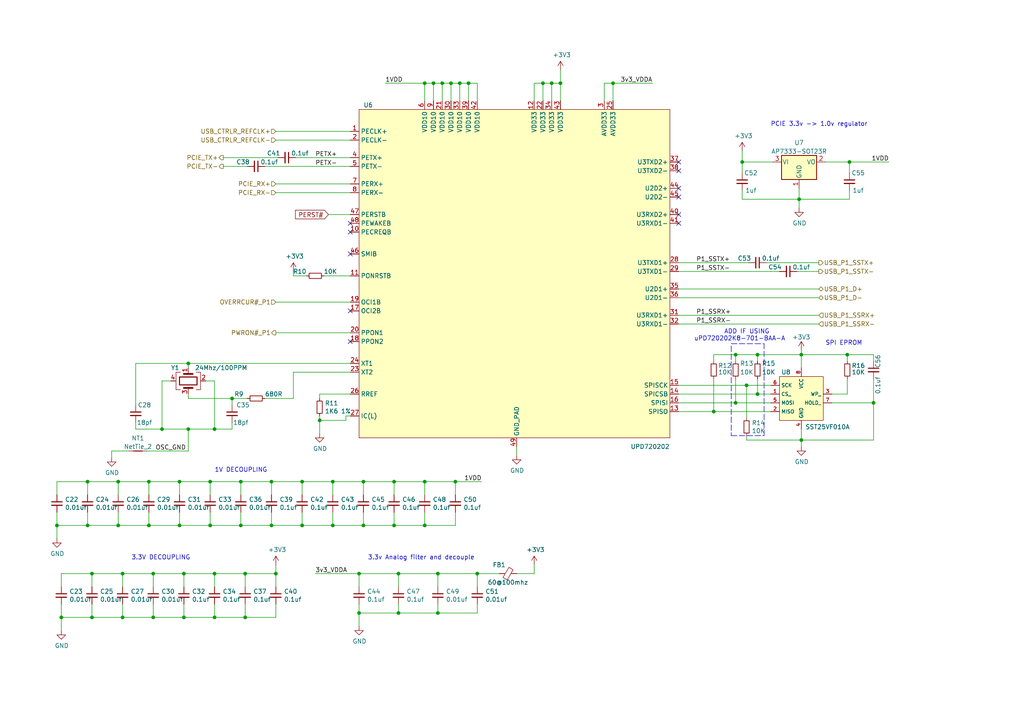
<source format=kicad_sch>
(kicad_sch (version 20211123) (generator eeschema)
  (paper "A4")
  (lib_symbols
    (symbol "Device:C_Small" (pin_numbers hide) (pin_names (offset 0.254) hide)
      (property "Reference" "C" (at 0.254 1.778 0))
      (property "Value" "C_Small" (at 0.254 -2.032 0))
      (symbol "C_Small_0_1"
        (polyline (pts (xy -1.524 -0.508) (xy 1.524 -0.508)) (stroke (width 0.3302)))
        (polyline (pts (xy -1.524 0.508) (xy 1.524 0.508)) (stroke (width 0.3048)))
      )
      (symbol "C_Small_1_1"
        (pin passive line (at 0 2.54 270) (length 2.032) (name "~") (number "1"))
        (pin passive line (at 0 -2.54 90) (length 2.032) (name "~") (number "2"))
      )
    )
    (symbol "Device:Crystal_GND24" (pin_names (offset 1.016) hide)
      (property "Reference" "Y" (at 3.175 5.08 0))
      (property "Value" "Crystal_GND24" (at 3.175 3.175 0))
      (symbol "Crystal_GND24_0_1"
        (rectangle (start -1.143 2.54) (end 1.143 -2.54) (stroke (width 0.3048)))
        (polyline (pts (xy -2.54 0) (xy -2.032 0)))
        (polyline (pts (xy -2.032 -1.27) (xy -2.032 1.27)) (stroke (width 0.508)))
        (polyline (pts (xy 0 -3.81) (xy 0 -3.556)))
        (polyline (pts (xy 0 3.556) (xy 0 3.81)))
        (polyline (pts (xy 2.032 -1.27) (xy 2.032 1.27)) (stroke (width 0.508)))
        (polyline (pts (xy 2.032 0) (xy 2.54 0)))
        (polyline (pts (xy -2.54 -2.286) (xy -2.54 -3.556) (xy 2.54 -3.556) (xy 2.54 -2.286)))
        (polyline (pts (xy -2.54 2.286) (xy -2.54 3.556) (xy 2.54 3.556) (xy 2.54 2.286)))
      )
      (symbol "Crystal_GND24_1_1"
        (pin passive line (at -3.81 0 0) (length 1.27) (name "1") (number "1"))
        (pin passive line (at 0 5.08 270) (length 1.27) (name "2") (number "2"))
        (pin passive line (at 3.81 0 180) (length 1.27) (name "3") (number "3"))
        (pin passive line (at 0 -5.08 90) (length 1.27) (name "4") (number "4"))
      )
    )
    (symbol "Device:NetTie_2" (pin_numbers hide) (pin_names (offset 0) hide) (in_bom no)
      (property "Reference" "NT" (at 0 1.27 0))
      (property "Value" "NetTie_2" (at 0 -1.27 0))
      (symbol "NetTie_2_0_1"
        (polyline (pts (xy -1.27 0) (xy 1.27 0)) (stroke (width 0.254)))
      )
      (symbol "NetTie_2_1_1"
        (pin passive line (at -2.54 0 0) (length 2.54) (name "1") (number "1"))
        (pin passive line (at 2.54 0 180) (length 2.54) (name "2") (number "2"))
      )
    )
    (symbol "Device:R_Small" (pin_numbers hide) (pin_names (offset 0.254) hide)
      (property "Reference" "R" (at 0.762 0.508 0))
      (property "Value" "R_Small" (at 0.762 -1.016 0))
      (symbol "R_Small_0_1"
        (rectangle (start -0.762 1.778) (end 0.762 -1.778) (stroke (width 0.2032)))
      )
      (symbol "R_Small_1_1"
        (pin passive line (at 0 2.54 270) (length 0.762) (name "~") (number "1"))
        (pin passive line (at 0 -2.54 90) (length 0.762) (name "~") (number "2"))
      )
    )
    (symbol "Regulator_Linear:APE8865N-12-HF-3" (pin_names (offset 0.254))
      (property "Reference" "U" (at -3.81 3.175 0))
      (property "Value" "APE8865N-12-HF-3" (at 0 3.175 0))
      (symbol "APE8865N-12-HF-3_0_1"
        (rectangle (start -5.08 1.905) (end 5.08 -5.08) (stroke (width 0.254)) (fill (type background)))
      )
      (symbol "APE8865N-12-HF-3_1_1"
        (pin power_in line (at 0 -7.62 90) (length 2.54) (name "GND") (number "1"))
        (pin power_out line (at 7.62 0 180) (length 2.54) (name "VO") (number "2"))
        (pin power_in line (at -7.62 0 0) (length 2.54) (name "VI") (number "3"))
      )
    )
    (symbol "ST_Extra_1:8pin_SPI_ROM"
      (property "Reference" "U7" (at -4.445 7.62 0))
      (property "Value" "SST25VF010A" (at 7.62 -8.255 0))
      (symbol "8pin_SPI_ROM_0_0"
        (pin bidirectional line (at -8.89 1.27 0) (length 2.54) (name "CS_") (number "1"))
        (pin bidirectional line (at -8.89 -3.81 0) (length 2.54) (name "MISO") (number "2"))
        (pin bidirectional line (at 8.89 1.27 180) (length 2.54) (name "WP_") (number "3"))
        (pin power_in line (at 0 -8.89 90) (length 2.54) (name "GND") (number "4"))
        (pin bidirectional line (at -8.89 -1.27 0) (length 2.54) (name "MOSI") (number "5"))
        (pin bidirectional line (at -8.89 3.81 0) (length 2.54) (name "SCK") (number "6"))
        (pin bidirectional line (at 8.89 -1.27 180) (length 2.54) (name "HOLD_") (number "7"))
        (pin power_in line (at 0 8.89 270) (length 2.54) (name "VCC") (number "8"))
      )
      (symbol "8pin_SPI_ROM_0_1"
        (rectangle (start -6.35 6.35) (end 6.35 -6.35) (stroke (width 0.1524)) (fill (type background)))
      )
    )
    (symbol "ST_Extra_1:TPS746-Q1"
      (property "Reference" "U" (at 0 13.97 0))
      (property "Value" "TPS746-Q1" (at 0 11.43 0))
      (symbol "TPS746-Q1_0_1"
        (rectangle (start -6.35 8.89) (end 6.35 -1.27) (stroke (width 0.1524)) (fill (type background)))
      )
      (symbol "TPS746-Q1_1_1"
        (pin power_out line (at -8.89 3.81 0) (length 2.54) (name "OUT") (number "1"))
        (pin power_in line (at 0 -3.81 90) (length 2.54) (name "GND") (number "4"))
        (pin input line (at 8.89 1.27 180) (length 2.54) (name "EN") (number "5"))
        (pin input line (at 8.89 3.81 180) (length 2.54) (name "PG") (number "6"))
        (pin power_in line (at 8.89 6.35 180) (length 2.54) (name "IN") (number "8"))
        (pin power_in line (at 0 -3.81 90) (length 2.54) hide (name "PPAD") (number "9"))
      )
    )
    (symbol "ST_Extra_1:UPD720202"
      (property "Reference" "U" (at -44.45 49.53 0))
      (property "Value" "UPD720202" (at 38.1 -48.26 0))
      (symbol "UPD720202_0_1"
        (rectangle (start -45.72 48.26) (end 44.45 -46.99) (stroke (width 0.1524)) (fill (type background)))
      )
      (symbol "UPD720202_1_1"
        (pin input line (at -48.26 41.91 0) (length 2.54) (name "PECLK+") (number "1"))
        (pin input line (at -48.26 12.7 0) (length 2.54) (name "PECREQB") (number "10"))
        (pin input line (at -48.26 0 0) (length 2.54) (name "PONRSTB") (number "11"))
        (pin power_in line (at 5.08 50.8 270) (length 2.54) (name "VDD33") (number "12"))
        (pin output line (at 46.99 -39.37 180) (length 2.54) (name "SPISO") (number "13"))
        (pin input line (at 46.99 -34.29 180) (length 2.54) (name "SPICSB") (number "14"))
        (pin input line (at 46.99 -31.75 180) (length 2.54) (name "SPISCK") (number "15"))
        (pin input line (at 46.99 -36.83 180) (length 2.54) (name "SPISI") (number "16"))
        (pin input line (at -48.26 -10.16 0) (length 2.54) (name "OCI2B") (number "17"))
        (pin input line (at -48.26 -19.05 0) (length 2.54) (name "PPON2") (number "18"))
        (pin input line (at -48.26 -7.62 0) (length 2.54) (name "OCI1B") (number "19"))
        (pin input line (at -48.26 39.37 0) (length 2.54) (name "PECLK-") (number "2"))
        (pin input line (at -48.26 -16.51 0) (length 2.54) (name "PPON1") (number "20"))
        (pin power_in line (at -21.59 50.8 270) (length 2.54) (name "VDD10") (number "21"))
        (pin power_in line (at 7.62 50.8 270) (length 2.54) (name "VDD33") (number "22"))
        (pin input line (at -48.26 -27.94 0) (length 2.54) (name "XT2") (number "23"))
        (pin input line (at -48.26 -25.4 0) (length 2.54) (name "XT1") (number "24"))
        (pin power_in line (at 27.94 50.8 270) (length 2.54) (name "AVDD33") (number "25"))
        (pin input line (at -48.26 -34.29 0) (length 2.54) (name "RREF") (number "26"))
        (pin input line (at -48.26 -40.64 0) (length 2.54) (name "IC(L)") (number "27"))
        (pin output line (at 46.99 3.81 180) (length 2.54) (name "U3TXD1+") (number "28"))
        (pin output line (at 46.99 1.27 180) (length 2.54) (name "U3TXD1-") (number "29"))
        (pin power_in line (at 25.4 50.8 270) (length 2.54) (name "AVDD33") (number "3"))
        (pin power_in line (at -19.05 50.8 270) (length 2.54) (name "VDD10") (number "30"))
        (pin input line (at 46.99 -11.43 180) (length 2.54) (name "U3RXD1+") (number "31"))
        (pin input line (at 46.99 -13.97 180) (length 2.54) (name "U3RXD1-") (number "32"))
        (pin power_in line (at -16.51 50.8 270) (length 2.54) (name "VDD10") (number "33"))
        (pin power_in line (at 10.16 50.8 270) (length 2.54) (name "VDD33") (number "34"))
        (pin bidirectional line (at 46.99 -3.81 180) (length 2.54) (name "U2D1+") (number "35"))
        (pin bidirectional line (at 46.99 -6.35 180) (length 2.54) (name "U2D1-") (number "36"))
        (pin output line (at 46.99 33.02 180) (length 2.54) (name "U3TXD2+") (number "37"))
        (pin output line (at 46.99 30.48 180) (length 2.54) (name "U3TXD2-") (number "38"))
        (pin power_in line (at -13.97 50.8 270) (length 2.54) (name "VDD10") (number "39"))
        (pin output line (at -48.26 34.29 0) (length 2.54) (name "PETX+") (number "4"))
        (pin input line (at 46.99 17.78 180) (length 2.54) (name "U3RXD2+") (number "40"))
        (pin input line (at 46.99 15.24 180) (length 2.54) (name "U3RXD1-") (number "41"))
        (pin power_in line (at -11.43 50.8 270) (length 2.54) (name "VDD10") (number "42"))
        (pin power_in line (at 12.7 50.8 270) (length 2.54) (name "VDD33") (number "43"))
        (pin bidirectional line (at 46.99 25.4 180) (length 2.54) (name "U2D2+") (number "44"))
        (pin bidirectional line (at 46.99 22.86 180) (length 2.54) (name "U2D2-") (number "45"))
        (pin input line (at -48.26 6.35 0) (length 2.54) (name "SMIB") (number "46"))
        (pin input line (at -48.26 17.78 0) (length 2.54) (name "PERSTB") (number "47"))
        (pin input line (at -48.26 15.24 0) (length 2.54) (name "PEWAKEB") (number "48"))
        (pin power_in line (at 0 -49.53 90) (length 2.54) (name "GND_PAD") (number "49"))
        (pin output line (at -48.26 31.75 0) (length 2.54) (name "PETX-") (number "5"))
        (pin power_in line (at -26.67 50.8 270) (length 2.54) (name "VDD10") (number "6"))
        (pin input line (at -48.26 26.67 0) (length 2.54) (name "PERX+") (number "7"))
        (pin input line (at -48.26 24.13 0) (length 2.54) (name "PERX-") (number "8"))
        (pin power_in line (at -24.13 50.8 270) (length 2.54) (name "VDD10") (number "9"))
      )
    )
    (symbol "h2_USB3card-rescue:+3.3V-power" (power) (pin_names (offset 0))
      (property "Value" "+3.3V-power" (at 0 3.556 0))
      (symbol "+3.3V-power_0_1"
        (polyline (pts (xy -0.762 1.27) (xy 0 2.54)))
        (polyline (pts (xy 0 0) (xy 0 2.54)))
        (polyline (pts (xy 0 2.54) (xy 0.762 1.27)))
      )
      (symbol "+3.3V-power_1_1"
        (pin power_in line (at 0 0 90) (length 0) hide (name "+3V3") (number "1"))
      )
    )
    (symbol "h2_USB3card-rescue:Ferrite_Bead_Small-Device" (pin_numbers hide) (pin_names (offset 0))
      (property "Reference" "FB" (at 1.905 1.27 0))
      (property "Value" "Ferrite_Bead_Small-Device" (at 1.905 -1.27 0))
      (symbol "Ferrite_Bead_Small-Device_0_1"
        (polyline (pts (xy 0 -1.27) (xy 0 -0.7874)))
        (polyline (pts (xy 0 0.889) (xy 0 1.2954)))
        (polyline (pts (xy -1.8288 0.2794) (xy -1.1176 1.4986) (xy 1.8288 -0.2032) (xy 1.1176 -1.4224) (xy -1.8288 0.2794)))
      )
      (symbol "Ferrite_Bead_Small-Device_1_1"
        (pin passive line (at 0 2.54 270) (length 1.27) (name "~") (number "1"))
        (pin passive line (at 0 -2.54 90) (length 1.27) (name "~") (number "2"))
      )
    )
    (symbol "power:GND" (power) (pin_names (offset 0))
      (property "Value" "GND" (at 0 -3.81 0))
      (symbol "GND_0_1"
        (polyline (pts (xy 0 0) (xy 0 -1.27) (xy 1.27 -1.27) (xy 0 -2.54) (xy -1.27 -1.27) (xy 0 -1.27)))
      )
      (symbol "GND_1_1"
        (pin power_in line (at 0 0 270) (length 0) hide (name "GND") (number "1"))
      )
    )
  )
  (junction (at 46.99 124.46))
  (junction (at 123.19 152.4))
  (junction (at 25.4 152.4))
  (junction (at 17.78 179.07))
  (junction (at 308.61 24.13))
  (junction (at 245.745 102.87))
  (junction (at 44.45 179.07))
  (junction (at 246.38 46.99))
  (junction (at 130.81 24.13))
  (junction (at 232.41 127.635))
  (junction (at 71.12 179.07))
  (junction (at 78.74 139.7))
  (junction (at 16.51 152.4))
  (junction (at 104.14 166.37))
  (junction (at 34.29 139.7))
  (junction (at 127 177.8))
  (junction (at 115.57 166.37))
  (junction (at 128.27 24.13))
  (junction (at 219.71 114.3))
  (junction (at 104.14 177.8))
  (junction (at 43.18 152.4))
  (junction (at 34.29 152.4))
  (junction (at 207.01 119.38))
  (junction (at 43.18 139.7))
  (junction (at 157.48 24.13))
  (junction (at 160.02 24.13))
  (junction (at 105.41 139.7))
  (junction (at 60.96 152.4))
  (junction (at 25.4 139.7))
  (junction (at 96.52 139.7))
  (junction (at 114.3 152.4))
  (junction (at 125.73 24.13))
  (junction (at 52.07 139.7))
  (junction (at 78.74 152.4))
  (junction (at 135.89 24.13))
  (junction (at 105.41 152.4))
  (junction (at 123.19 24.13))
  (junction (at 123.19 139.7))
  (junction (at 62.23 124.46))
  (junction (at 232.41 102.87))
  (junction (at 162.56 24.13))
  (junction (at 69.85 152.4))
  (junction (at 60.96 139.7))
  (junction (at 67.31 115.57))
  (junction (at 215.265 46.99))
  (junction (at 71.12 166.37))
  (junction (at 53.34 179.07))
  (junction (at 44.45 166.37))
  (junction (at 213.36 116.84))
  (junction (at 80.01 166.37))
  (junction (at 253.365 116.84))
  (junction (at 96.52 152.4))
  (junction (at 138.43 166.37))
  (junction (at 219.71 102.87))
  (junction (at 127 166.37))
  (junction (at 216.535 111.76))
  (junction (at 87.63 152.4))
  (junction (at 54.61 124.46))
  (junction (at 54.61 105.41))
  (junction (at 92.71 121.92))
  (junction (at 115.57 177.8))
  (junction (at 53.34 166.37))
  (junction (at 114.3 139.7))
  (junction (at 69.85 139.7))
  (junction (at 35.56 179.07))
  (junction (at 87.63 139.7))
  (junction (at 26.67 179.07))
  (junction (at 132.08 139.7))
  (junction (at 231.775 57.785))
  (junction (at 52.07 152.4))
  (junction (at 62.23 166.37))
  (junction (at 26.67 166.37))
  (junction (at 321.31 34.925))
  (junction (at 213.36 102.87))
  (junction (at 177.8 24.13))
  (junction (at 35.56 166.37))
  (junction (at 62.23 179.07))
  (junction (at 133.35 24.13))
  (no_connect (at 101.6 73.66))
  (no_connect (at 101.6 99.06))
  (no_connect (at 196.85 62.23))
  (no_connect (at 101.6 90.17))
  (no_connect (at 101.6 67.31))
  (no_connect (at 101.6 64.77))
  (no_connect (at 196.85 46.99))
  (no_connect (at 196.85 57.15))
  (no_connect (at 196.85 49.53))
  (no_connect (at 196.85 54.61))
  (no_connect (at 196.85 64.77))
  (wire (pts (xy 25.4 152.4) (xy 34.29 152.4)))
  (wire (pts (xy 308.61 31.75) (xy 308.61 34.925)))
  (wire (pts (xy 16.51 156.21) (xy 16.51 152.4)))
  (wire (pts (xy 85.09 115.57) (xy 76.835 115.57)))
  (wire (pts (xy 96.52 152.4) (xy 105.41 152.4)))
  (wire (pts (xy 53.34 166.37) (xy 62.23 166.37)))
  (wire (pts (xy 93.98 80.01) (xy 101.6 80.01)))
  (wire (pts (xy 35.56 170.18) (xy 35.56 166.37)))
  (wire (pts (xy 78.74 152.4) (xy 78.74 148.59)))
  (wire (pts (xy 321.31 31.75) (xy 321.31 34.925)))
  (wire (pts (xy 138.43 177.8) (xy 138.43 175.26)))
  (wire (pts (xy 43.18 148.59) (xy 43.18 152.4)))
  (wire (pts (xy 80.01 53.34) (xy 101.6 53.34)))
  (wire (pts (xy 219.71 104.775) (xy 219.71 102.87)))
  (wire (pts (xy 52.07 148.59) (xy 52.07 152.4)))
  (wire (pts (xy 71.12 166.37) (xy 71.12 170.18)))
  (wire (pts (xy 43.18 139.7) (xy 43.18 143.51)))
  (wire (pts (xy 35.56 166.37) (xy 44.45 166.37)))
  (wire (pts (xy 123.19 148.59) (xy 123.19 152.4)))
  (wire (pts (xy 71.12 179.07) (xy 80.01 179.07)))
  (wire (pts (xy 17.78 182.88) (xy 17.78 179.07)))
  (wire (pts (xy 16.51 139.7) (xy 25.4 139.7)))
  (wire (pts (xy 123.19 139.7) (xy 132.08 139.7)))
  (wire (pts (xy 213.36 102.87) (xy 213.36 104.775)))
  (wire (pts (xy 114.3 143.51) (xy 114.3 139.7)))
  (wire (pts (xy 215.265 43.815) (xy 215.265 46.99)))
  (wire (pts (xy 216.535 111.76) (xy 223.52 111.76)))
  (wire (pts (xy 215.265 46.99) (xy 215.265 50.165)))
  (wire (pts (xy 138.43 166.37) (xy 144.78 166.37)))
  (wire (pts (xy 54.61 124.46) (xy 54.61 130.81)))
  (wire (pts (xy 128.27 24.13) (xy 128.27 29.21)))
  (wire (pts (xy 196.85 76.2) (xy 217.17 76.2)))
  (wire (pts (xy 222.25 76.2) (xy 237.49 76.2)))
  (wire (pts (xy 219.71 114.3) (xy 223.52 114.3)))
  (wire (pts (xy 43.18 152.4) (xy 52.07 152.4)))
  (wire (pts (xy 207.01 102.87) (xy 213.36 102.87)))
  (wire (pts (xy 53.34 170.18) (xy 53.34 166.37)))
  (wire (pts (xy 154.94 166.37) (xy 154.94 163.83)))
  (wire (pts (xy 62.23 124.46) (xy 67.31 124.46)))
  (polyline (pts (xy 212.09 126.365) (xy 221.615 126.365)))
  (wire (pts (xy 88.9 80.01) (xy 85.09 80.01)))
  (wire (pts (xy 132.08 143.51) (xy 132.08 139.7)))
  (wire (pts (xy 91.44 166.37) (xy 104.14 166.37)))
  (wire (pts (xy 231.775 57.785) (xy 246.38 57.785)))
  (wire (pts (xy 43.18 139.7) (xy 52.07 139.7)))
  (wire (pts (xy 16.51 152.4) (xy 25.4 152.4)))
  (wire (pts (xy 69.85 148.59) (xy 69.85 152.4)))
  (wire (pts (xy 34.29 152.4) (xy 43.18 152.4)))
  (wire (pts (xy 162.56 20.32) (xy 162.56 24.13)))
  (wire (pts (xy 96.52 148.59) (xy 96.52 152.4)))
  (wire (pts (xy 213.36 116.84) (xy 223.52 116.84)))
  (wire (pts (xy 231.775 54.61) (xy 231.775 57.785)))
  (wire (pts (xy 216.535 121.285) (xy 216.535 111.76)))
  (wire (pts (xy 100.33 120.65) (xy 101.6 120.65)))
  (wire (pts (xy 96.52 139.7) (xy 105.41 139.7)))
  (wire (pts (xy 127 166.37) (xy 138.43 166.37)))
  (wire (pts (xy 64.77 48.26) (xy 71.755 48.26)))
  (wire (pts (xy 130.81 24.13) (xy 130.81 29.21)))
  (wire (pts (xy 32.385 130.81) (xy 37.465 130.81)))
  (wire (pts (xy 215.265 46.99) (xy 224.155 46.99)))
  (wire (pts (xy 127 177.8) (xy 115.57 177.8)))
  (wire (pts (xy 133.35 24.13) (xy 133.35 29.21)))
  (polyline (pts (xy 212.09 100.33) (xy 212.09 126.365)))
  (wire (pts (xy 115.57 166.37) (xy 127 166.37)))
  (wire (pts (xy 46.99 124.46) (xy 54.61 124.46)))
  (wire (pts (xy 17.78 170.18) (xy 17.78 166.37)))
  (wire (pts (xy 115.57 177.8) (xy 104.14 177.8)))
  (wire (pts (xy 92.71 121.92) (xy 100.33 121.92)))
  (wire (pts (xy 196.85 93.98) (xy 237.49 93.98)))
  (wire (pts (xy 207.01 109.855) (xy 207.01 119.38)))
  (wire (pts (xy 26.67 170.18) (xy 26.67 166.37)))
  (wire (pts (xy 207.01 104.775) (xy 207.01 102.87)))
  (wire (pts (xy 34.29 143.51) (xy 34.29 139.7)))
  (wire (pts (xy 216.535 127.635) (xy 232.41 127.635)))
  (wire (pts (xy 92.71 114.3) (xy 101.6 114.3)))
  (wire (pts (xy 135.89 24.13) (xy 135.89 29.21)))
  (wire (pts (xy 92.71 121.92) (xy 92.71 125.73)))
  (wire (pts (xy 105.41 148.59) (xy 105.41 152.4)))
  (wire (pts (xy 125.73 24.13) (xy 123.19 24.13)))
  (wire (pts (xy 32.385 132.715) (xy 32.385 130.81)))
  (wire (pts (xy 17.78 166.37) (xy 26.67 166.37)))
  (wire (pts (xy 219.71 109.855) (xy 219.71 114.3)))
  (wire (pts (xy 104.14 175.26) (xy 104.14 177.8)))
  (wire (pts (xy 105.41 139.7) (xy 114.3 139.7)))
  (wire (pts (xy 104.14 177.8) (xy 104.14 181.61)))
  (wire (pts (xy 44.45 166.37) (xy 44.45 170.18)))
  (wire (pts (xy 80.01 87.63) (xy 101.6 87.63)))
  (wire (pts (xy 62.23 110.49) (xy 62.23 124.46)))
  (wire (pts (xy 175.26 29.21) (xy 175.26 24.13)))
  (wire (pts (xy 69.85 139.7) (xy 69.85 143.51)))
  (wire (pts (xy 196.85 116.84) (xy 213.36 116.84)))
  (wire (pts (xy 132.08 152.4) (xy 132.08 148.59)))
  (wire (pts (xy 35.56 175.26) (xy 35.56 179.07)))
  (wire (pts (xy 339.725 18.415) (xy 339.725 27.94)))
  (wire (pts (xy 80.01 166.37) (xy 80.01 163.83)))
  (wire (pts (xy 154.94 29.21) (xy 154.94 24.13)))
  (wire (pts (xy 215.265 57.785) (xy 231.775 57.785)))
  (wire (pts (xy 308.61 24.13) (xy 312.42 24.13)))
  (wire (pts (xy 69.85 139.7) (xy 78.74 139.7)))
  (wire (pts (xy 85.09 107.95) (xy 85.09 115.57)))
  (wire (pts (xy 127 177.8) (xy 138.43 177.8)))
  (wire (pts (xy 17.78 179.07) (xy 26.67 179.07)))
  (wire (pts (xy 114.3 152.4) (xy 123.19 152.4)))
  (wire (pts (xy 245.745 102.87) (xy 253.365 102.87)))
  (wire (pts (xy 232.41 127.635) (xy 232.41 129.54)))
  (wire (pts (xy 130.81 24.13) (xy 128.27 24.13)))
  (wire (pts (xy 253.365 116.84) (xy 253.365 127.635)))
  (wire (pts (xy 35.56 179.07) (xy 44.45 179.07)))
  (wire (pts (xy 127 170.18) (xy 127 166.37)))
  (wire (pts (xy 241.3 116.84) (xy 253.365 116.84)))
  (wire (pts (xy 52.07 152.4) (xy 60.96 152.4)))
  (wire (pts (xy 123.19 152.4) (xy 132.08 152.4)))
  (wire (pts (xy 60.96 139.7) (xy 69.85 139.7)))
  (wire (pts (xy 54.61 115.57) (xy 67.31 115.57)))
  (wire (pts (xy 232.41 127.635) (xy 253.365 127.635)))
  (wire (pts (xy 196.85 119.38) (xy 207.01 119.38)))
  (wire (pts (xy 60.96 148.59) (xy 60.96 152.4)))
  (wire (pts (xy 71.12 175.26) (xy 71.12 179.07)))
  (wire (pts (xy 52.07 139.7) (xy 60.96 139.7)))
  (wire (pts (xy 175.26 24.13) (xy 177.8 24.13)))
  (wire (pts (xy 160.02 24.13) (xy 162.56 24.13)))
  (wire (pts (xy 78.74 139.7) (xy 87.63 139.7)))
  (wire (pts (xy 101.6 45.72) (xy 85.725 45.72)))
  (wire (pts (xy 154.94 24.13) (xy 157.48 24.13)))
  (wire (pts (xy 80.01 38.1) (xy 101.6 38.1)))
  (wire (pts (xy 87.63 152.4) (xy 96.52 152.4)))
  (wire (pts (xy 87.63 143.51) (xy 87.63 139.7)))
  (wire (pts (xy 80.01 96.52) (xy 101.6 96.52)))
  (wire (pts (xy 54.61 105.41) (xy 101.6 105.41)))
  (wire (pts (xy 308.61 34.925) (xy 321.31 34.925)))
  (wire (pts (xy 67.31 115.57) (xy 67.31 117.475)))
  (wire (pts (xy 34.29 139.7) (xy 43.18 139.7)))
  (wire (pts (xy 67.31 124.46) (xy 67.31 122.555)))
  (wire (pts (xy 100.33 121.92) (xy 100.33 120.65)))
  (wire (pts (xy 241.3 114.3) (xy 245.745 114.3)))
  (wire (pts (xy 215.265 55.245) (xy 215.265 57.785)))
  (wire (pts (xy 123.19 29.21) (xy 123.19 24.13)))
  (wire (pts (xy 53.34 179.07) (xy 53.34 175.26)))
  (wire (pts (xy 157.48 24.13) (xy 160.02 24.13)))
  (wire (pts (xy 160.02 24.13) (xy 160.02 29.21)))
  (wire (pts (xy 245.745 102.87) (xy 232.41 102.87)))
  (wire (pts (xy 53.34 179.07) (xy 62.23 179.07)))
  (wire (pts (xy 219.71 102.87) (xy 232.41 102.87)))
  (wire (pts (xy 245.745 104.775) (xy 245.745 102.87)))
  (wire (pts (xy 253.365 102.87) (xy 253.365 104.775)))
  (wire (pts (xy 80.01 170.18) (xy 80.01 166.37)))
  (wire (pts (xy 46.99 110.49) (xy 46.99 124.46)))
  (wire (pts (xy 80.01 40.64) (xy 101.6 40.64)))
  (wire (pts (xy 149.86 132.08) (xy 149.86 129.54)))
  (wire (pts (xy 26.67 166.37) (xy 35.56 166.37)))
  (wire (pts (xy 308.61 24.13) (xy 308.61 26.67)))
  (wire (pts (xy 17.78 175.26) (xy 17.78 179.07)))
  (wire (pts (xy 246.38 55.245) (xy 246.38 57.785)))
  (wire (pts (xy 92.71 114.3) (xy 92.71 115.57)))
  (polyline (pts (xy 212.09 99.695) (xy 221.615 99.695)))
  (wire (pts (xy 246.38 46.99) (xy 257.81 46.99)))
  (wire (pts (xy 34.29 148.59) (xy 34.29 152.4)))
  (wire (pts (xy 54.61 124.46) (xy 62.23 124.46)))
  (wire (pts (xy 87.63 139.7) (xy 96.52 139.7)))
  (wire (pts (xy 133.35 24.13) (xy 130.81 24.13)))
  (wire (pts (xy 80.01 55.88) (xy 101.6 55.88)))
  (wire (pts (xy 128.27 24.13) (xy 125.73 24.13)))
  (wire (pts (xy 52.07 143.51) (xy 52.07 139.7)))
  (wire (pts (xy 231.14 78.74) (xy 237.49 78.74)))
  (wire (pts (xy 138.43 170.18) (xy 138.43 166.37)))
  (wire (pts (xy 213.36 102.87) (xy 219.71 102.87)))
  (wire (pts (xy 39.37 117.475) (xy 39.37 105.41)))
  (wire (pts (xy 196.85 83.82) (xy 237.49 83.82)))
  (wire (pts (xy 67.31 115.57) (xy 71.755 115.57)))
  (wire (pts (xy 157.48 24.13) (xy 157.48 29.21)))
  (wire (pts (xy 105.41 152.4) (xy 114.3 152.4)))
  (wire (pts (xy 114.3 148.59) (xy 114.3 152.4)))
  (wire (pts (xy 78.74 143.51) (xy 78.74 139.7)))
  (wire (pts (xy 80.645 45.72) (xy 64.77 45.72)))
  (wire (pts (xy 232.41 124.46) (xy 232.41 127.635)))
  (wire (pts (xy 76.835 48.26) (xy 101.6 48.26)))
  (wire (pts (xy 132.08 139.7) (xy 139.7 139.7)))
  (wire (pts (xy 104.14 166.37) (xy 104.14 170.18)))
  (wire (pts (xy 71.12 166.37) (xy 80.01 166.37)))
  (wire (pts (xy 213.36 109.855) (xy 213.36 116.84)))
  (wire (pts (xy 149.86 166.37) (xy 154.94 166.37)))
  (wire (pts (xy 62.23 166.37) (xy 71.12 166.37)))
  (wire (pts (xy 135.89 24.13) (xy 133.35 24.13)))
  (wire (pts (xy 114.3 139.7) (xy 123.19 139.7)))
  (wire (pts (xy 44.45 179.07) (xy 53.34 179.07)))
  (wire (pts (xy 232.41 102.87) (xy 232.41 106.68)))
  (wire (pts (xy 104.14 166.37) (xy 115.57 166.37)))
  (wire (pts (xy 92.71 120.65) (xy 92.71 121.92)))
  (wire (pts (xy 196.85 78.74) (xy 226.06 78.74)))
  (wire (pts (xy 80.01 179.07) (xy 80.01 175.26)))
  (wire (pts (xy 16.51 143.51) (xy 16.51 139.7)))
  (wire (pts (xy 25.4 143.51) (xy 25.4 139.7)))
  (wire (pts (xy 105.41 143.51) (xy 105.41 139.7)))
  (wire (pts (xy 111.76 24.13) (xy 123.19 24.13)))
  (wire (pts (xy 96.52 139.7) (xy 96.52 143.51)))
  (wire (pts (xy 39.37 105.41) (xy 54.61 105.41)))
  (wire (pts (xy 115.57 175.26) (xy 115.57 177.8)))
  (wire (pts (xy 239.395 46.99) (xy 246.38 46.99)))
  (wire (pts (xy 127 177.8) (xy 127 175.26)))
  (wire (pts (xy 62.23 179.07) (xy 71.12 179.07)))
  (wire (pts (xy 115.57 166.37) (xy 115.57 170.18)))
  (polyline (pts (xy 221.615 126.365) (xy 221.615 99.695)))
  (wire (pts (xy 78.74 152.4) (xy 87.63 152.4)))
  (wire (pts (xy 69.85 152.4) (xy 78.74 152.4)))
  (wire (pts (xy 162.56 29.21) (xy 162.56 24.13)))
  (wire (pts (xy 123.19 139.7) (xy 123.19 143.51)))
  (wire (pts (xy 16.51 148.59) (xy 16.51 152.4)))
  (wire (pts (xy 177.8 29.21) (xy 177.8 24.13)))
  (wire (pts (xy 232.41 101.6) (xy 232.41 102.87)))
  (wire (pts (xy 125.73 24.13) (xy 125.73 29.21)))
  (wire (pts (xy 246.38 50.165) (xy 246.38 46.99)))
  (wire (pts (xy 196.85 111.76) (xy 216.535 111.76)))
  (wire (pts (xy 87.63 148.59) (xy 87.63 152.4)))
  (wire (pts (xy 321.31 34.925) (xy 321.31 38.735)))
  (wire (pts (xy 62.23 170.18) (xy 62.23 166.37)))
  (wire (pts (xy 85.09 80.01) (xy 85.09 78.74)))
  (wire (pts (xy 25.4 139.7) (xy 34.29 139.7)))
  (wire (pts (xy 54.61 114.3) (xy 54.61 115.57)))
  (wire (pts (xy 231.775 57.785) (xy 231.775 60.325)))
  (wire (pts (xy 339.725 34.925) (xy 321.31 34.925)))
  (wire (pts (xy 138.43 29.21) (xy 138.43 24.13)))
  (wire (pts (xy 196.85 114.3) (xy 219.71 114.3)))
  (wire (pts (xy 95.25 62.23) (xy 101.6 62.23)))
  (wire (pts (xy 25.4 148.59) (xy 25.4 152.4)))
  (wire (pts (xy 26.67 175.26) (xy 26.67 179.07)))
  (wire (pts (xy 245.745 114.3) (xy 245.745 109.855)))
  (wire (pts (xy 216.535 126.365) (xy 216.535 127.635)))
  (wire (pts (xy 59.69 110.49) (xy 62.23 110.49)))
  (wire (pts (xy 62.23 175.26) (xy 62.23 179.07)))
  (wire (pts (xy 54.61 106.68) (xy 54.61 105.41)))
  (wire (pts (xy 196.85 91.44) (xy 237.49 91.44)))
  (wire (pts (xy 300.355 24.13) (xy 308.61 24.13)))
  (wire (pts (xy 253.365 109.855) (xy 253.365 116.84)))
  (wire (pts (xy 177.8 24.13) (xy 189.23 24.13)))
  (wire (pts (xy 60.96 152.4) (xy 69.85 152.4)))
  (wire (pts (xy 49.53 110.49) (xy 46.99 110.49)))
  (wire (pts (xy 138.43 24.13) (xy 135.89 24.13)))
  (wire (pts (xy 44.45 166.37) (xy 53.34 166.37)))
  (wire (pts (xy 207.01 119.38) (xy 223.52 119.38)))
  (wire (pts (xy 85.09 107.95) (xy 101.6 107.95)))
  (wire (pts (xy 39.37 122.555) (xy 39.37 124.46)))
  (wire (pts (xy 44.45 175.26) (xy 44.45 179.07)))
  (wire (pts (xy 60.96 143.51) (xy 60.96 139.7)))
  (wire (pts (xy 42.545 130.81) (xy 54.61 130.81)))
  (wire (pts (xy 26.67 179.07) (xy 35.56 179.07)))
  (wire (pts (xy 39.37 124.46) (xy 46.99 124.46)))
  (wire (pts (xy 196.85 86.36) (xy 237.49 86.36)))
  (wire (pts (xy 339.725 33.02) (xy 339.725 34.925)))
  (text "3.3V DECOUPLING" (at 38.1 162.56 0) (effects (font (size 1.27 1.27)) (justify left bottom)))
  (text "3.3v Analog filter and decouple" (at 106.68 162.56 0) (effects (font (size 1.27 1.27)) (justify left bottom)))
  (text "SPI EPROM" (at 239.395 100.33 0) (effects (font (size 1.27 1.27)) (justify left bottom)))
  (text "         ADD IF USING\nuPD720202K8-701-BAA-A" (at 201.295 99.06 0) (effects (font (size 1.27 1.27)) (justify left bottom)))
  (text "PCIE 3.3v -> 1.0v regulator" (at 223.52 36.83 0) (effects (font (size 1.27 1.27)) (justify left bottom)))
  (text "1V DECOUPLING" (at 62.23 137.16 0) (effects (font (size 1.27 1.27)) (justify left bottom)))
  (label "PETX+" (at 91.44 45.72 0))
  (label "1VDD" (at 139.7 139.7 180))
  (label "3v3_VDDA" (at 91.44 166.37 0))
  (label "OSC_GND" (at 45.085 130.81 0))
  (label "1VDD" (at 111.76 24.13 0))
  (label "1VDD" (at 300.355 24.13 0))
  (label "PETX-" (at 91.44 48.26 0))
  (label "P1_SSTX-" (at 201.93 78.74 0))
  (label "P1_SSTX+" (at 201.93 76.2 0))
  (label "P1_SSRX-" (at 201.93 93.98 0))
  (label "P1_SSRX+" (at 201.93 91.44 0))
  (label "1VDD" (at 257.81 46.99 180))
  (label "3v3_VDDA" (at 189.23 24.13 180))
  (global_label "PERST#" (shape input) (at 95.25 62.23 180) (property "Intersheet References" "${INTERSHEET_REFS}" (effects hide)))
  (hierarchical_label "PCIE_TX-" (shape output) (at 64.77 48.26 180))
  (hierarchical_label "PWRON#_P1" (shape output) (at 80.01 96.52 180))
  (hierarchical_label "USB_P1_SSTX-" (shape output) (at 237.49 78.74 0))
  (hierarchical_label "PCIE_TX+" (shape output) (at 64.77 45.72 180))
  (hierarchical_label "USB_CTRLR_REFCLK-" (shape input) (at 80.01 40.64 180))
  (hierarchical_label "USB_P1_SSRX+" (shape input) (at 237.49 91.44 0))
  (hierarchical_label "USB_P1_D-" (shape bidirectional) (at 237.49 86.36 0))
  (hierarchical_label "PCIE_RX+" (shape input) (at 80.01 53.34 180))
  (hierarchical_label "PCIE_RX-" (shape input) (at 80.01 55.88 180))
  (hierarchical_label "USB_P1_D+" (shape bidirectional) (at 237.49 83.82 0))
  (hierarchical_label "OVERRCUR#_P1" (shape input) (at 80.01 87.63 180))
  (hierarchical_label "USB_P1_SSRX-" (shape input) (at 237.49 93.98 0))
  (hierarchical_label "USB_CTRLR_REFCLK+" (shape input) (at 80.01 38.1 180))
  (hierarchical_label "USB_P1_SSTX+" (shape output) (at 237.49 76.2 0))
  (symbol (lib_id "Device:R_Small") (at 216.535 123.825 0) (unit 1)
    (property "Reference" "R14" (at 218.0336 122.6566 0) (effects (justify left)))
    (property "Value" "10K" (at 218.0336 124.968 0) (effects (justify left)))
    (property "Footprint" "Capacitor_SMD:C_0402_1005Metric" (effects hide))
  )
  (symbol (lib_id "Device:R_Small") (at 219.71 107.315 0) (unit 1)
    (property "Reference" "R15" (at 220.98 105.41 0) (effects (justify left)))
    (property "Value" "10K" (at 220.98 107.95 0) (effects (justify left)))
    (property "Footprint" "Capacitor_SMD:C_0402_1005Metric" (effects hide))
  )
  (symbol (lib_id "Device:C_Small") (at 67.31 120.015 0) (unit 1)
    (property "Reference" "C35" (at 70.485 117.475 0))
    (property "Value" "18pf" (at 69.85 122.555 0))
    (property "Footprint" "Capacitor_SMD:C_0402_1005Metric" (effects hide))
  )
  (symbol (lib_id "Device:C_Small") (at 35.56 172.72 0) (unit 1)
    (property "Reference" "C27" (at 37.8968 171.5516 0) (effects (justify left)))
    (property "Value" "0.01uf" (at 37.8968 173.863 0) (effects (justify left)))
    (property "Footprint" "Capacitor_SMD:C_0402_1005Metric" (effects hide))
  )
  (symbol (lib_id "power:GND") (at 104.14 181.61 0) (unit 1)
    (property "Reference" "#PWR031" (effects hide))
    (property "Value" "GND" (at 104.267 186.0042 0))
  )
  (symbol (lib_id "h2_USB3card-rescue:+3.3V-power") (at 154.94 163.83 0) (unit 1)
    (property "Reference" "#PWR033" (effects hide))
    (property "Value" "+3.3V" (at 155.321 159.4358 0))
  )
  (symbol (lib_id "power:GND") (at 17.78 182.88 0) (unit 1)
    (property "Reference" "#PWR026" (effects hide))
    (property "Value" "GND" (at 17.907 187.2742 0))
  )
  (symbol (lib_id "Device:C_Small") (at 138.43 172.72 0) (unit 1)
    (property "Reference" "C51" (at 140.7668 171.5516 0) (effects (justify left)))
    (property "Value" "0.01uf" (at 140.7668 173.863 0) (effects (justify left)))
    (property "Footprint" "Capacitor_SMD:C_0402_1005Metric" (effects hide))
  )
  (symbol (lib_id "h2_USB3card-rescue:+3.3V-power") (at 215.265 43.815 0) (unit 1)
    (property "Reference" "#PWR035" (effects hide))
    (property "Value" "+3.3V" (at 215.646 39.4208 0))
  )
  (symbol (lib_id "h2_USB3card-rescue:+3.3V-power") (at 162.56 20.32 0) (unit 1)
    (property "Reference" "#PWR034" (effects hide))
    (property "Value" "+3.3V" (at 162.941 15.9258 0))
  )
  (symbol (lib_id "Device:C_Small") (at 39.37 120.015 0) (unit 1)
    (property "Reference" "C28" (at 41.91 117.475 0))
    (property "Value" "18pf" (at 41.91 122.555 0))
    (property "Footprint" "Capacitor_SMD:C_0402_1005Metric" (effects hide))
  )
  (symbol (lib_id "Device:C_Small") (at 17.78 172.72 0) (unit 1)
    (property "Reference" "C23" (at 20.1168 171.5516 0) (effects (justify left)))
    (property "Value" "0.01uf" (at 20.1168 173.863 0) (effects (justify left)))
    (property "Footprint" "Capacitor_SMD:C_0402_1005Metric" (effects hide))
  )
  (symbol (lib_id "Device:C_Small") (at 44.45 172.72 0) (unit 1)
    (property "Reference" "C30" (at 46.7868 171.5516 0) (effects (justify left)))
    (property "Value" "0.01uf" (at 46.7868 173.863 0) (effects (justify left)))
    (property "Footprint" "Capacitor_SMD:C_0402_1005Metric" (effects hide))
  )
  (symbol (lib_id "Device:C_Small") (at 53.34 172.72 0) (unit 1)
    (property "Reference" "C32" (at 55.6768 171.5516 0) (effects (justify left)))
    (property "Value" "0.1uf" (at 55.6768 173.863 0) (effects (justify left)))
    (property "Footprint" "Capacitor_SMD:C_0402_1005Metric" (effects hide))
  )
  (symbol (lib_id "h2_USB3card-rescue:Ferrite_Bead_Small-Device") (at 147.32 166.37 270) (unit 1)
    (property "Reference" "FB1" (at 144.78 163.83 90))
    (property "Value" "60@100mhz" (at 147.32 168.91 90))
    (property "Footprint" "Inductor_SMD:L_0805_2012Metric" (effects hide))
  )
  (symbol (lib_id "power:GND") (at 149.86 132.08 0) (unit 1)
    (property "Reference" "#PWR032" (effects hide))
    (property "Value" "GND" (at 149.987 136.4742 0))
  )
  (symbol (lib_id "Device:R_Small") (at 74.295 115.57 90) (unit 1)
    (property "Reference" "R9" (at 67.945 114.3 90) (effects (justify right)))
    (property "Value" "680R" (at 76.835 114.3 90) (effects (justify right)))
    (property "Footprint" "Capacitor_SMD:C_0402_1005Metric" (effects hide))
  )
  (symbol (lib_id "Device:C_Small") (at 127 172.72 0) (unit 1)
    (property "Reference" "C49" (at 129.3368 171.5516 0) (effects (justify left)))
    (property "Value" "0.01uf" (at 129.3368 173.863 0) (effects (justify left)))
    (property "Footprint" "Capacitor_SMD:C_0402_1005Metric" (effects hide))
  )
  (symbol (lib_id "Device:C_Small") (at 26.67 172.72 0) (unit 1)
    (property "Reference" "C25" (at 29.0068 171.5516 0) (effects (justify left)))
    (property "Value" "0.01uf" (at 29.0068 173.863 0) (effects (justify left)))
    (property "Footprint" "Capacitor_SMD:C_0402_1005Metric" (effects hide))
  )
  (symbol (lib_id "Device:C_Small") (at 228.6 78.74 270) (unit 1)
    (property "Reference" "C54" (at 224.79 77.47 90))
    (property "Value" "0.1uf" (at 232.41 77.47 90))
    (property "Footprint" "Capacitor_SMD:C_0402_1005Metric" (effects hide))
  )
  (symbol (lib_id "Device:C_Small") (at 219.71 76.2 270) (unit 1)
    (property "Reference" "C53" (at 215.9 74.93 90))
    (property "Value" "0.1uf" (at 223.52 74.93 90))
    (property "Footprint" "Capacitor_SMD:C_0402_1005Metric" (effects hide))
  )
  (symbol (lib_id "Device:C_Small") (at 83.185 45.72 270) (unit 1)
    (property "Reference" "C41" (at 79.375 44.45 90))
    (property "Value" "0.1uf" (at 86.995 44.45 90))
    (property "Footprint" "Capacitor_SMD:C_0402_1005Metric" (effects hide))
  )
  (symbol (lib_id "Device:C_Small") (at 74.295 48.26 270) (unit 1)
    (property "Reference" "C38" (at 70.485 46.99 90))
    (property "Value" "0.1uf" (at 78.105 46.99 90))
    (property "Footprint" "Capacitor_SMD:C_0402_1005Metric" (effects hide))
  )
  (symbol (lib_id "Device:R_Small") (at 245.745 107.315 0) (unit 1)
    (property "Reference" "R16" (at 247.015 106.045 0) (effects (justify left)))
    (property "Value" "10K" (at 247.015 107.95 0) (effects (justify left)))
    (property "Footprint" "Capacitor_SMD:C_0402_1005Metric" (effects hide))
  )
  (symbol (lib_id "h2_USB3card-rescue:+3.3V-power") (at 85.09 78.74 0) (unit 1)
    (property "Reference" "#PWR029" (effects hide))
    (property "Value" "+3.3V" (at 85.471 74.3458 0))
  )
  (symbol (lib_id "Device:C_Small") (at 80.01 172.72 0) (unit 1)
    (property "Reference" "C40" (at 82.3468 171.5516 0) (effects (justify left)))
    (property "Value" "0.1uf" (at 82.3468 173.863 0) (effects (justify left)))
    (property "Footprint" "Capacitor_SMD:C_0402_1005Metric" (effects hide))
  )
  (symbol (lib_id "Device:C_Small") (at 123.19 146.05 0) (unit 1)
    (property "Reference" "C48" (at 125.5268 144.8816 0) (effects (justify left)))
    (property "Value" "0.1uf" (at 125.5268 147.193 0) (effects (justify left)))
    (property "Footprint" "Capacitor_SMD:C_0402_1005Metric" (effects hide))
  )
  (symbol (lib_id "Device:C_Small") (at 96.52 146.05 0) (unit 1)
    (property "Reference" "C43" (at 98.8568 144.8816 0) (effects (justify left)))
    (property "Value" "0.1uf" (at 98.8568 147.193 0) (effects (justify left)))
    (property "Footprint" "Capacitor_SMD:C_0402_1005Metric" (effects hide))
  )
  (symbol (lib_id "Device:R_Small") (at 92.71 118.11 180) (unit 1)
    (property "Reference" "R11" (at 94.2086 116.9416 0) (effects (justify right)))
    (property "Value" "1K6 1%" (at 94.2086 119.253 0) (effects (justify right)))
    (property "Footprint" "Capacitor_SMD:C_0402_1005Metric" (effects hide))
  )
  (symbol (lib_id "Regulator_Linear:APE8865N-12-HF-3") (at 231.775 46.99 0) (unit 1)
    (property "Reference" "U7" (at 231.775 41.3852 0))
    (property "Value" "AP7333-SOT23R" (at 231.775 43.9221 0))
    (property "Footprint" "Package_TO_SOT_SMD:SOT-23" (effects hide))
    (property "Datasheet" "http://www.tme.eu/fr/Document/ced3461ed31ea70a3c416fb648e0cde7/APE8865-3.pdf" (effects hide))
  )
  (symbol (lib_id "power:GND") (at 231.775 60.325 0) (unit 1)
    (property "Reference" "#PWR036" (effects hide))
    (property "Value" "GND" (at 231.902 64.7192 0))
  )
  (symbol (lib_id "power:GND") (at 92.71 125.73 0) (unit 1)
    (property "Reference" "#PWR030" (effects hide))
    (property "Value" "GND" (at 92.837 130.1242 0))
  )
  (symbol (lib_id "h2_USB3card-rescue:+3.3V-power") (at 80.01 163.83 0) (unit 1)
    (property "Reference" "#PWR028" (effects hide))
    (property "Value" "+3.3V" (at 80.391 159.4358 0))
  )
  (symbol (lib_id "Device:C_Small") (at 215.265 52.705 0) (unit 1)
    (property "Reference" "C52" (at 217.805 50.165 0))
    (property "Value" "1uf" (at 217.805 55.245 0))
    (property "Footprint" "Capacitor_SMD:C_0402_1005Metric" (effects hide))
  )
  (symbol (lib_id "Device:NetTie_2") (at 40.005 130.81 0) (unit 1) (in_bom no)
    (property "Reference" "NT1" (at 40.005 127.1102 0))
    (property "Value" "NetTie_2" (at 40.005 129.54 0))
    (property "Footprint" "NetTie:NetTie-2_THT_Pad0.3mm" (effects hide))
  )
  (symbol (lib_id "h2_USB3card-rescue:+3.3V-power") (at 232.41 101.6 0) (unit 1)
    (property "Reference" "#PWR037" (effects hide))
    (property "Value" "+3.3V" (at 232.41 97.79 0))
  )
  (symbol (lib_id "power:GND") (at 32.385 132.715 0) (unit 1)
    (property "Reference" "#PWR027" (effects hide))
    (property "Value" "GND" (at 32.512 137.1092 0))
  )
  (symbol (lib_id "Device:C_Small") (at 246.38 52.705 0) (unit 1)
    (property "Reference" "C55" (at 248.92 50.165 0))
    (property "Value" "1uf" (at 248.92 55.245 0))
    (property "Footprint" "Capacitor_SMD:C_0402_1005Metric" (effects hide))
  )
  (symbol (lib_id "Device:C_Small") (at 253.365 107.315 0) (unit 1)
    (property "Reference" "C56" (at 254.635 104.775 90))
    (property "Value" "0.1uf" (at 254.635 111.76 90))
    (property "Footprint" "Capacitor_SMD:C_0402_1005Metric" (effects hide))
  )
  (symbol (lib_id "Device:R_Small") (at 213.36 107.315 0) (unit 1)
    (property "Reference" "R13" (at 214.63 105.41 0) (effects (justify left)))
    (property "Value" "10K" (at 214.63 107.95 0) (effects (justify left)))
    (property "Footprint" "Capacitor_SMD:C_0402_1005Metric" (effects hide))
  )
  (symbol (lib_id "Device:C_Small") (at 104.14 172.72 0) (unit 1)
    (property "Reference" "C44" (at 106.4768 171.5516 0) (effects (justify left)))
    (property "Value" "0.1uf" (at 106.4768 173.863 0) (effects (justify left)))
    (property "Footprint" "Capacitor_SMD:C_0402_1005Metric" (effects hide))
  )
  (symbol (lib_id "power:GND") (at 16.51 156.21 0) (unit 1)
    (property "Reference" "#PWR025" (effects hide))
    (property "Value" "GND" (at 16.637 160.6042 0))
  )
  (symbol (lib_id "Device:C_Small") (at 308.61 29.21 0) (unit 1)
    (property "Reference" "C?" (at 311.15 26.67 0))
    (property "Value" "1uf" (at 311.15 31.75 0))
    (property "Footprint" "Capacitor_SMD:C_0402_1005Metric" (effects hide))
  )
  (symbol (lib_id "Device:C_Small") (at 87.63 146.05 0) (unit 1)
    (property "Reference" "C42" (at 89.9668 144.8816 0) (effects (justify left)))
    (property "Value" "0.1uf" (at 89.9668 147.193 0) (effects (justify left)))
    (property "Footprint" "Capacitor_SMD:C_0402_1005Metric" (effects hide))
  )
  (symbol (lib_id "Device:C_Small") (at 16.51 146.05 0) (unit 1)
    (property "Reference" "C22" (at 18.8468 144.8816 0) (effects (justify left)))
    (property "Value" "0.01uf" (at 18.8468 147.193 0) (effects (justify left)))
    (property "Footprint" "Capacitor_SMD:C_0402_1005Metric" (effects hide))
  )
  (symbol (lib_id "power:GND") (at 321.31 38.735 0) (unit 1)
    (property "Reference" "#PWR?" (effects hide))
    (property "Value" "GND" (at 321.437 43.1292 0))
  )
  (symbol (lib_id "ST_Extra_1:TPS746-Q1") (at 321.31 27.94 0) (unit 1)
    (property "Reference" "U?" (at 321.31 15.401 0))
    (property "Value" "TPS746-Q1" (at 321.31 17.9379 0))
  )
  (symbol (lib_id "power:GND") (at 232.41 129.54 0) (unit 1)
    (property "Reference" "#PWR038" (effects hide))
    (property "Value" "GND" (at 232.537 133.9342 0))
  )
  (symbol (lib_id "Device:C_Small") (at 34.29 146.05 0) (unit 1)
    (property "Reference" "C26" (at 36.6268 144.8816 0) (effects (justify left)))
    (property "Value" "0.01uf" (at 36.6268 147.193 0) (effects (justify left)))
    (property "Footprint" "Capacitor_SMD:C_0402_1005Metric" (effects hide))
  )
  (symbol (lib_id "Device:C_Small") (at 62.23 172.72 0) (unit 1)
    (property "Reference" "C34" (at 64.5668 171.5516 0) (effects (justify left)))
    (property "Value" "0.1uf" (at 64.5668 173.863 0) (effects (justify left)))
    (property "Footprint" "Capacitor_SMD:C_0402_1005Metric" (effects hide))
  )
  (symbol (lib_id "h2_USB3card-rescue:+3.3V-power") (at 339.725 18.415 0) (unit 1)
    (property "Reference" "#PWR?" (effects hide))
    (property "Value" "+3.3V" (at 340.106 14.0208 0))
  )
  (symbol (lib_id "Device:R_Small") (at 91.44 80.01 90) (unit 1)
    (property "Reference" "R10" (at 88.9 78.74 90) (effects (justify left)))
    (property "Value" "10K" (at 97.79 78.74 90) (effects (justify left)))
    (property "Footprint" "Capacitor_SMD:C_0402_1005Metric" (effects hide))
  )
  (symbol (lib_id "Device:C_Small") (at 78.74 146.05 0) (unit 1)
    (property "Reference" "C39" (at 81.0768 144.8816 0) (effects (justify left)))
    (property "Value" "0.1uf" (at 81.0768 147.193 0) (effects (justify left)))
    (property "Footprint" "Capacitor_SMD:C_0402_1005Metric" (effects hide))
  )
  (symbol (lib_id "Device:C_Small") (at 69.85 146.05 0) (unit 1)
    (property "Reference" "C36" (at 72.1868 144.8816 0) (effects (justify left)))
    (property "Value" "0.01uf" (at 72.1868 147.193 0) (effects (justify left)))
    (property "Footprint" "Capacitor_SMD:C_0402_1005Metric" (effects hide))
  )
  (symbol (lib_id "Device:C_Small") (at 105.41 146.05 0) (unit 1)
    (property "Reference" "C45" (at 107.7468 144.8816 0) (effects (justify left)))
    (property "Value" "0.1uf" (at 107.7468 147.193 0) (effects (justify left)))
    (property "Footprint" "Capacitor_SMD:C_0402_1005Metric" (effects hide))
  )
  (symbol (lib_id "Device:Crystal_GND24") (at 54.61 110.49 270) (unit 1)
    (property "Reference" "Y1" (at 50.8 106.68 90))
    (property "Value" "24Mhz/100PPM" (at 64.135 106.68 90))
    (property "Footprint" "Crystal:Crystal_SMD_3225-4Pin_3.2x2.5mm" (effects hide))
  )
  (symbol (lib_id "Device:C_Small") (at 52.07 146.05 0) (unit 1)
    (property "Reference" "C31" (at 54.4068 144.8816 0) (effects (justify left)))
    (property "Value" "0.01uf" (at 54.4068 147.193 0) (effects (justify left)))
    (property "Footprint" "Capacitor_SMD:C_0402_1005Metric" (effects hide))
  )
  (symbol (lib_id "Device:C_Small") (at 25.4 146.05 0) (unit 1)
    (property "Reference" "C24" (at 27.7368 144.8816 0) (effects (justify left)))
    (property "Value" "0.01uf" (at 27.7368 147.193 0) (effects (justify left)))
    (property "Footprint" "Capacitor_SMD:C_0402_1005Metric" (effects hide))
  )
  (symbol (lib_id "ST_Extra_1:UPD720202") (at 149.86 80.01 0) (unit 1)
    (property "Reference" "U6" (at 105.41 30.48 0) (effects (justify left)))
    (property "Value" "UPD720202" (at 182.88 129.54 0) (effects (justify left)))
    (property "Footprint" "Package_DFN_QFN:QFN-48-1EP_7x7mm_P0.5mm_EP5.3x5.3mm" (effects hide))
  )
  (symbol (lib_id "Device:C_Small") (at 43.18 146.05 0) (unit 1)
    (property "Reference" "C29" (at 45.5168 144.8816 0) (effects (justify left)))
    (property "Value" "0.01uf" (at 45.5168 147.193 0) (effects (justify left)))
    (property "Footprint" "Capacitor_SMD:C_0402_1005Metric" (effects hide))
  )
  (symbol (lib_id "Device:C_Small") (at 339.725 30.48 0) (unit 1)
    (property "Reference" "C?" (at 342.265 27.94 0))
    (property "Value" "1uf" (at 342.265 33.02 0))
    (property "Footprint" "Capacitor_SMD:C_0402_1005Metric" (effects hide))
  )
  (symbol (lib_id "Device:C_Small") (at 132.08 146.05 0) (unit 1)
    (property "Reference" "C50" (at 134.4168 144.8816 0) (effects (justify left)))
    (property "Value" "0.1uf" (at 134.4168 147.193 0) (effects (justify left)))
    (property "Footprint" "Capacitor_SMD:C_0402_1005Metric" (effects hide))
  )
  (symbol (lib_id "Device:C_Small") (at 71.12 172.72 0) (unit 1)
    (property "Reference" "C37" (at 73.4568 171.5516 0) (effects (justify left)))
    (property "Value" "0.1uf" (at 73.4568 173.863 0) (effects (justify left)))
    (property "Footprint" "Capacitor_SMD:C_0402_1005Metric" (effects hide))
  )
  (symbol (lib_id "ST_Extra_1:8pin_SPI_ROM") (at 232.41 115.57 0) (unit 1)
    (property "Reference" "U8" (at 227.965 107.95 0))
    (property "Value" "SST25VF010A" (at 240.03 123.825 0))
    (property "Footprint" "Package_SO:SOIC-8_3.9x4.9mm_P1.27mm" (effects hide))
  )
  (symbol (lib_id "Device:C_Small") (at 60.96 146.05 0) (unit 1)
    (property "Reference" "C33" (at 63.2968 144.8816 0) (effects (justify left)))
    (property "Value" "0.01uf" (at 63.2968 147.193 0) (effects (justify left)))
    (property "Footprint" "Capacitor_SMD:C_0402_1005Metric" (effects hide))
  )
  (symbol (lib_id "Device:R_Small") (at 207.01 107.315 0) (unit 1)
    (property "Reference" "R12" (at 208.28 106.045 0) (effects (justify left)))
    (property "Value" "10K" (at 208.28 107.95 0) (effects (justify left)))
    (property "Footprint" "Capacitor_SMD:C_0402_1005Metric" (effects hide))
  )
  (symbol (lib_id "Device:C_Small") (at 115.57 172.72 0) (unit 1)
    (property "Reference" "C47" (at 117.9068 171.5516 0) (effects (justify left)))
    (property "Value" "0.1uf" (at 117.9068 173.863 0) (effects (justify left)))
    (property "Footprint" "Capacitor_SMD:C_0402_1005Metric" (effects hide))
  )
  (symbol (lib_id "Device:C_Small") (at 114.3 146.05 0) (unit 1)
    (property "Reference" "C46" (at 116.6368 144.8816 0) (effects (justify left)))
    (property "Value" "0.1uf" (at 116.6368 147.193 0) (effects (justify left)))
    (property "Footprint" "Capacitor_SMD:C_0402_1005Metric" (effects hide))
  )
)
</source>
